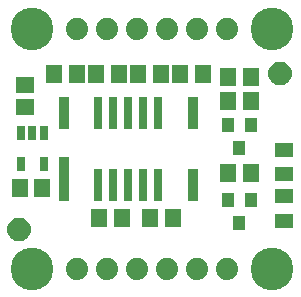
<source format=gbr>
G04 EAGLE Gerber RS-274X export*
G75*
%MOMM*%
%FSLAX34Y34*%
%LPD*%
%INSoldermask Top*%
%IPPOS*%
%AMOC8*
5,1,8,0,0,1.08239X$1,22.5*%
G01*
%ADD10R,0.901600X2.701600*%
%ADD11R,0.901600X3.701600*%
%ADD12R,0.801600X2.701600*%
%ADD13R,1.341600X1.601600*%
%ADD14R,1.601600X1.301600*%
%ADD15R,0.651600X1.301600*%
%ADD16R,1.601600X1.341600*%
%ADD17C,1.879600*%
%ADD18C,1.101600*%
%ADD19C,0.500000*%
%ADD20C,3.617600*%
%ADD21R,1.101600X1.301600*%


D10*
X161680Y157500D03*
X51680Y157500D03*
X161680Y96500D03*
D11*
X51680Y101500D03*
D12*
X81280Y96500D03*
X93980Y96500D03*
X106680Y96500D03*
X119380Y96500D03*
X132080Y96500D03*
X132080Y157500D03*
X119380Y157500D03*
X106680Y157500D03*
X93980Y157500D03*
X81280Y157500D03*
D13*
X210160Y187960D03*
X191160Y187960D03*
X133960Y190500D03*
X114960Y190500D03*
X62840Y190500D03*
X43840Y190500D03*
X79400Y190500D03*
X98400Y190500D03*
X191160Y167640D03*
X210160Y167640D03*
X191160Y106680D03*
X210160Y106680D03*
X100940Y68580D03*
X81940Y68580D03*
X125120Y68580D03*
X144120Y68580D03*
D14*
X238760Y126070D03*
X238760Y105070D03*
X238760Y65700D03*
X238760Y86700D03*
D15*
X34900Y140001D03*
X25400Y140001D03*
X15900Y140001D03*
X15900Y113999D03*
X34900Y113999D03*
D16*
X19050Y180950D03*
X19050Y161950D03*
D17*
X63500Y25400D03*
X88900Y25400D03*
X114300Y25400D03*
X139700Y25400D03*
X165100Y25400D03*
X190500Y25400D03*
D18*
X234950Y190500D03*
D19*
X234950Y198000D02*
X234769Y197998D01*
X234588Y197991D01*
X234407Y197980D01*
X234226Y197965D01*
X234046Y197945D01*
X233866Y197921D01*
X233687Y197893D01*
X233509Y197860D01*
X233332Y197823D01*
X233155Y197782D01*
X232980Y197737D01*
X232805Y197687D01*
X232632Y197633D01*
X232461Y197575D01*
X232290Y197513D01*
X232122Y197446D01*
X231955Y197376D01*
X231789Y197302D01*
X231626Y197223D01*
X231465Y197141D01*
X231305Y197055D01*
X231148Y196965D01*
X230993Y196871D01*
X230840Y196774D01*
X230690Y196672D01*
X230542Y196568D01*
X230396Y196459D01*
X230254Y196348D01*
X230114Y196232D01*
X229977Y196114D01*
X229842Y195992D01*
X229711Y195867D01*
X229583Y195739D01*
X229458Y195608D01*
X229336Y195473D01*
X229218Y195336D01*
X229102Y195196D01*
X228991Y195054D01*
X228882Y194908D01*
X228778Y194760D01*
X228676Y194610D01*
X228579Y194457D01*
X228485Y194302D01*
X228395Y194145D01*
X228309Y193985D01*
X228227Y193824D01*
X228148Y193661D01*
X228074Y193495D01*
X228004Y193328D01*
X227937Y193160D01*
X227875Y192989D01*
X227817Y192818D01*
X227763Y192645D01*
X227713Y192470D01*
X227668Y192295D01*
X227627Y192118D01*
X227590Y191941D01*
X227557Y191763D01*
X227529Y191584D01*
X227505Y191404D01*
X227485Y191224D01*
X227470Y191043D01*
X227459Y190862D01*
X227452Y190681D01*
X227450Y190500D01*
X234950Y198000D02*
X235131Y197998D01*
X235312Y197991D01*
X235493Y197980D01*
X235674Y197965D01*
X235854Y197945D01*
X236034Y197921D01*
X236213Y197893D01*
X236391Y197860D01*
X236568Y197823D01*
X236745Y197782D01*
X236920Y197737D01*
X237095Y197687D01*
X237268Y197633D01*
X237439Y197575D01*
X237610Y197513D01*
X237778Y197446D01*
X237945Y197376D01*
X238111Y197302D01*
X238274Y197223D01*
X238435Y197141D01*
X238595Y197055D01*
X238752Y196965D01*
X238907Y196871D01*
X239060Y196774D01*
X239210Y196672D01*
X239358Y196568D01*
X239504Y196459D01*
X239646Y196348D01*
X239786Y196232D01*
X239923Y196114D01*
X240058Y195992D01*
X240189Y195867D01*
X240317Y195739D01*
X240442Y195608D01*
X240564Y195473D01*
X240682Y195336D01*
X240798Y195196D01*
X240909Y195054D01*
X241018Y194908D01*
X241122Y194760D01*
X241224Y194610D01*
X241321Y194457D01*
X241415Y194302D01*
X241505Y194145D01*
X241591Y193985D01*
X241673Y193824D01*
X241752Y193661D01*
X241826Y193495D01*
X241896Y193328D01*
X241963Y193160D01*
X242025Y192989D01*
X242083Y192818D01*
X242137Y192645D01*
X242187Y192470D01*
X242232Y192295D01*
X242273Y192118D01*
X242310Y191941D01*
X242343Y191763D01*
X242371Y191584D01*
X242395Y191404D01*
X242415Y191224D01*
X242430Y191043D01*
X242441Y190862D01*
X242448Y190681D01*
X242450Y190500D01*
X242448Y190319D01*
X242441Y190138D01*
X242430Y189957D01*
X242415Y189776D01*
X242395Y189596D01*
X242371Y189416D01*
X242343Y189237D01*
X242310Y189059D01*
X242273Y188882D01*
X242232Y188705D01*
X242187Y188530D01*
X242137Y188355D01*
X242083Y188182D01*
X242025Y188011D01*
X241963Y187840D01*
X241896Y187672D01*
X241826Y187505D01*
X241752Y187339D01*
X241673Y187176D01*
X241591Y187015D01*
X241505Y186855D01*
X241415Y186698D01*
X241321Y186543D01*
X241224Y186390D01*
X241122Y186240D01*
X241018Y186092D01*
X240909Y185946D01*
X240798Y185804D01*
X240682Y185664D01*
X240564Y185527D01*
X240442Y185392D01*
X240317Y185261D01*
X240189Y185133D01*
X240058Y185008D01*
X239923Y184886D01*
X239786Y184768D01*
X239646Y184652D01*
X239504Y184541D01*
X239358Y184432D01*
X239210Y184328D01*
X239060Y184226D01*
X238907Y184129D01*
X238752Y184035D01*
X238595Y183945D01*
X238435Y183859D01*
X238274Y183777D01*
X238111Y183698D01*
X237945Y183624D01*
X237778Y183554D01*
X237610Y183487D01*
X237439Y183425D01*
X237268Y183367D01*
X237095Y183313D01*
X236920Y183263D01*
X236745Y183218D01*
X236568Y183177D01*
X236391Y183140D01*
X236213Y183107D01*
X236034Y183079D01*
X235854Y183055D01*
X235674Y183035D01*
X235493Y183020D01*
X235312Y183009D01*
X235131Y183002D01*
X234950Y183000D01*
X234769Y183002D01*
X234588Y183009D01*
X234407Y183020D01*
X234226Y183035D01*
X234046Y183055D01*
X233866Y183079D01*
X233687Y183107D01*
X233509Y183140D01*
X233332Y183177D01*
X233155Y183218D01*
X232980Y183263D01*
X232805Y183313D01*
X232632Y183367D01*
X232461Y183425D01*
X232290Y183487D01*
X232122Y183554D01*
X231955Y183624D01*
X231789Y183698D01*
X231626Y183777D01*
X231465Y183859D01*
X231305Y183945D01*
X231148Y184035D01*
X230993Y184129D01*
X230840Y184226D01*
X230690Y184328D01*
X230542Y184432D01*
X230396Y184541D01*
X230254Y184652D01*
X230114Y184768D01*
X229977Y184886D01*
X229842Y185008D01*
X229711Y185133D01*
X229583Y185261D01*
X229458Y185392D01*
X229336Y185527D01*
X229218Y185664D01*
X229102Y185804D01*
X228991Y185946D01*
X228882Y186092D01*
X228778Y186240D01*
X228676Y186390D01*
X228579Y186543D01*
X228485Y186698D01*
X228395Y186855D01*
X228309Y187015D01*
X228227Y187176D01*
X228148Y187339D01*
X228074Y187505D01*
X228004Y187672D01*
X227937Y187840D01*
X227875Y188011D01*
X227817Y188182D01*
X227763Y188355D01*
X227713Y188530D01*
X227668Y188705D01*
X227627Y188882D01*
X227590Y189059D01*
X227557Y189237D01*
X227529Y189416D01*
X227505Y189596D01*
X227485Y189776D01*
X227470Y189957D01*
X227459Y190138D01*
X227452Y190319D01*
X227450Y190500D01*
D18*
X13970Y58420D03*
D19*
X13970Y65920D02*
X13789Y65918D01*
X13608Y65911D01*
X13427Y65900D01*
X13246Y65885D01*
X13066Y65865D01*
X12886Y65841D01*
X12707Y65813D01*
X12529Y65780D01*
X12352Y65743D01*
X12175Y65702D01*
X12000Y65657D01*
X11825Y65607D01*
X11652Y65553D01*
X11481Y65495D01*
X11310Y65433D01*
X11142Y65366D01*
X10975Y65296D01*
X10809Y65222D01*
X10646Y65143D01*
X10485Y65061D01*
X10325Y64975D01*
X10168Y64885D01*
X10013Y64791D01*
X9860Y64694D01*
X9710Y64592D01*
X9562Y64488D01*
X9416Y64379D01*
X9274Y64268D01*
X9134Y64152D01*
X8997Y64034D01*
X8862Y63912D01*
X8731Y63787D01*
X8603Y63659D01*
X8478Y63528D01*
X8356Y63393D01*
X8238Y63256D01*
X8122Y63116D01*
X8011Y62974D01*
X7902Y62828D01*
X7798Y62680D01*
X7696Y62530D01*
X7599Y62377D01*
X7505Y62222D01*
X7415Y62065D01*
X7329Y61905D01*
X7247Y61744D01*
X7168Y61581D01*
X7094Y61415D01*
X7024Y61248D01*
X6957Y61080D01*
X6895Y60909D01*
X6837Y60738D01*
X6783Y60565D01*
X6733Y60390D01*
X6688Y60215D01*
X6647Y60038D01*
X6610Y59861D01*
X6577Y59683D01*
X6549Y59504D01*
X6525Y59324D01*
X6505Y59144D01*
X6490Y58963D01*
X6479Y58782D01*
X6472Y58601D01*
X6470Y58420D01*
X13970Y65920D02*
X14151Y65918D01*
X14332Y65911D01*
X14513Y65900D01*
X14694Y65885D01*
X14874Y65865D01*
X15054Y65841D01*
X15233Y65813D01*
X15411Y65780D01*
X15588Y65743D01*
X15765Y65702D01*
X15940Y65657D01*
X16115Y65607D01*
X16288Y65553D01*
X16459Y65495D01*
X16630Y65433D01*
X16798Y65366D01*
X16965Y65296D01*
X17131Y65222D01*
X17294Y65143D01*
X17455Y65061D01*
X17615Y64975D01*
X17772Y64885D01*
X17927Y64791D01*
X18080Y64694D01*
X18230Y64592D01*
X18378Y64488D01*
X18524Y64379D01*
X18666Y64268D01*
X18806Y64152D01*
X18943Y64034D01*
X19078Y63912D01*
X19209Y63787D01*
X19337Y63659D01*
X19462Y63528D01*
X19584Y63393D01*
X19702Y63256D01*
X19818Y63116D01*
X19929Y62974D01*
X20038Y62828D01*
X20142Y62680D01*
X20244Y62530D01*
X20341Y62377D01*
X20435Y62222D01*
X20525Y62065D01*
X20611Y61905D01*
X20693Y61744D01*
X20772Y61581D01*
X20846Y61415D01*
X20916Y61248D01*
X20983Y61080D01*
X21045Y60909D01*
X21103Y60738D01*
X21157Y60565D01*
X21207Y60390D01*
X21252Y60215D01*
X21293Y60038D01*
X21330Y59861D01*
X21363Y59683D01*
X21391Y59504D01*
X21415Y59324D01*
X21435Y59144D01*
X21450Y58963D01*
X21461Y58782D01*
X21468Y58601D01*
X21470Y58420D01*
X21468Y58239D01*
X21461Y58058D01*
X21450Y57877D01*
X21435Y57696D01*
X21415Y57516D01*
X21391Y57336D01*
X21363Y57157D01*
X21330Y56979D01*
X21293Y56802D01*
X21252Y56625D01*
X21207Y56450D01*
X21157Y56275D01*
X21103Y56102D01*
X21045Y55931D01*
X20983Y55760D01*
X20916Y55592D01*
X20846Y55425D01*
X20772Y55259D01*
X20693Y55096D01*
X20611Y54935D01*
X20525Y54775D01*
X20435Y54618D01*
X20341Y54463D01*
X20244Y54310D01*
X20142Y54160D01*
X20038Y54012D01*
X19929Y53866D01*
X19818Y53724D01*
X19702Y53584D01*
X19584Y53447D01*
X19462Y53312D01*
X19337Y53181D01*
X19209Y53053D01*
X19078Y52928D01*
X18943Y52806D01*
X18806Y52688D01*
X18666Y52572D01*
X18524Y52461D01*
X18378Y52352D01*
X18230Y52248D01*
X18080Y52146D01*
X17927Y52049D01*
X17772Y51955D01*
X17615Y51865D01*
X17455Y51779D01*
X17294Y51697D01*
X17131Y51618D01*
X16965Y51544D01*
X16798Y51474D01*
X16630Y51407D01*
X16459Y51345D01*
X16288Y51287D01*
X16115Y51233D01*
X15940Y51183D01*
X15765Y51138D01*
X15588Y51097D01*
X15411Y51060D01*
X15233Y51027D01*
X15054Y50999D01*
X14874Y50975D01*
X14694Y50955D01*
X14513Y50940D01*
X14332Y50929D01*
X14151Y50922D01*
X13970Y50920D01*
X13789Y50922D01*
X13608Y50929D01*
X13427Y50940D01*
X13246Y50955D01*
X13066Y50975D01*
X12886Y50999D01*
X12707Y51027D01*
X12529Y51060D01*
X12352Y51097D01*
X12175Y51138D01*
X12000Y51183D01*
X11825Y51233D01*
X11652Y51287D01*
X11481Y51345D01*
X11310Y51407D01*
X11142Y51474D01*
X10975Y51544D01*
X10809Y51618D01*
X10646Y51697D01*
X10485Y51779D01*
X10325Y51865D01*
X10168Y51955D01*
X10013Y52049D01*
X9860Y52146D01*
X9710Y52248D01*
X9562Y52352D01*
X9416Y52461D01*
X9274Y52572D01*
X9134Y52688D01*
X8997Y52806D01*
X8862Y52928D01*
X8731Y53053D01*
X8603Y53181D01*
X8478Y53312D01*
X8356Y53447D01*
X8238Y53584D01*
X8122Y53724D01*
X8011Y53866D01*
X7902Y54012D01*
X7798Y54160D01*
X7696Y54310D01*
X7599Y54463D01*
X7505Y54618D01*
X7415Y54775D01*
X7329Y54935D01*
X7247Y55096D01*
X7168Y55259D01*
X7094Y55425D01*
X7024Y55592D01*
X6957Y55760D01*
X6895Y55931D01*
X6837Y56102D01*
X6783Y56275D01*
X6733Y56450D01*
X6688Y56625D01*
X6647Y56802D01*
X6610Y56979D01*
X6577Y57157D01*
X6549Y57336D01*
X6525Y57516D01*
X6505Y57696D01*
X6490Y57877D01*
X6479Y58058D01*
X6472Y58239D01*
X6470Y58420D01*
D20*
X228600Y25400D03*
X25400Y228600D03*
X228600Y228600D03*
X25400Y25400D03*
D13*
X33630Y93980D03*
X14630Y93980D03*
D21*
X200660Y127160D03*
X191160Y147160D03*
X210160Y147160D03*
X200660Y63660D03*
X191160Y83660D03*
X210160Y83660D03*
D13*
X150520Y190500D03*
X169520Y190500D03*
D17*
X63500Y228600D03*
X88900Y228600D03*
X114300Y228600D03*
X139700Y228600D03*
X165100Y228600D03*
X190500Y228600D03*
M02*

</source>
